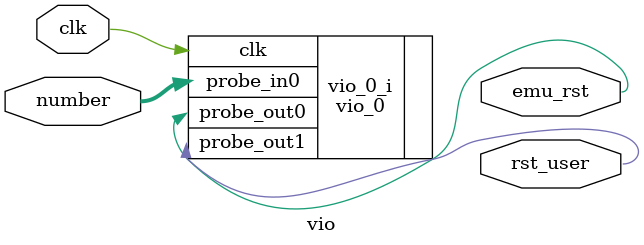
<source format=sv>
module vio (
    output wire logic emu_rst,
    output wire logic rst_user,
    input wire logic [63:0] number,
    input wire logic clk
);

`ifndef FPGA_VERIF

    vio_0 vio_0_i (
        .clk(clk),
        .probe_in0(number),
        .probe_out0(emu_rst),
        .probe_out1(rst_user)
    );

`endif // `ifndef FPGA_VERIF

endmodule

</source>
